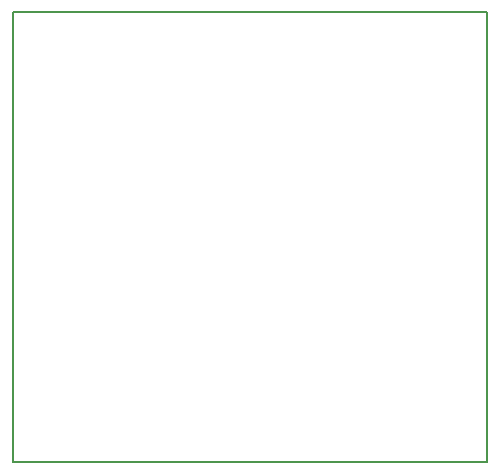
<source format=gm1>
G04 #@! TF.GenerationSoftware,KiCad,Pcbnew,(6.0.2-0)*
G04 #@! TF.CreationDate,2022-07-16T10:45:31+02:00*
G04 #@! TF.ProjectId,Crazyflie contol board,4372617a-7966-46c6-9965-20636f6e746f,2.2*
G04 #@! TF.SameCoordinates,Original*
G04 #@! TF.FileFunction,Profile,NP*
%FSLAX46Y46*%
G04 Gerber Fmt 4.6, Leading zero omitted, Abs format (unit mm)*
G04 Created by KiCad (PCBNEW (6.0.2-0)) date 2022-07-16 10:45:31*
%MOMM*%
%LPD*%
G01*
G04 APERTURE LIST*
G04 #@! TA.AperFunction,Profile*
%ADD10C,0.200660*%
G04 #@! TD*
G04 APERTURE END LIST*
D10*
X119888000Y-82804000D02*
X160020000Y-82804000D01*
X119888000Y-82804000D02*
X119888000Y-120904000D01*
X160020000Y-120904000D02*
X119888000Y-120904000D01*
X160020000Y-120904000D02*
X160020000Y-82804000D01*
M02*

</source>
